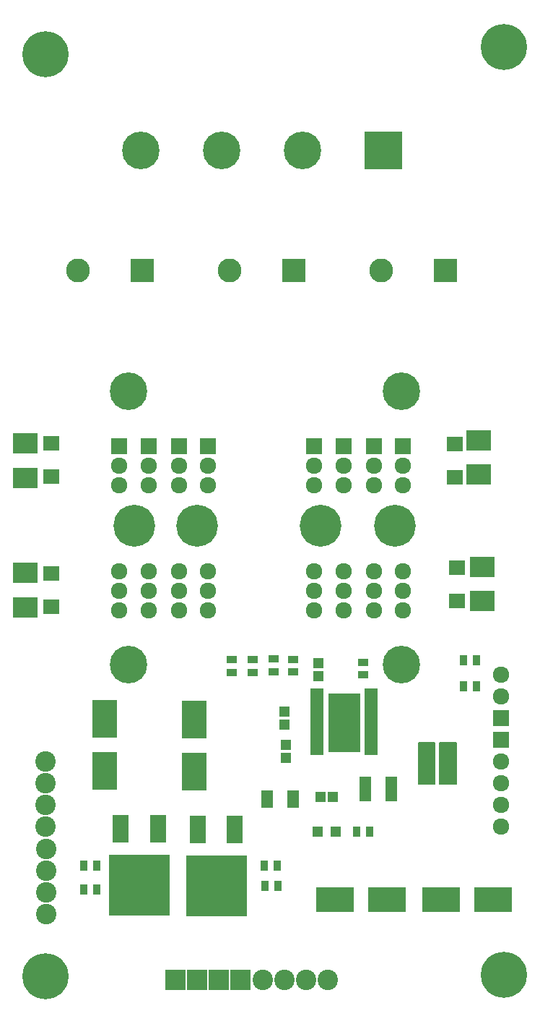
<source format=gbr>
G04 #@! TF.GenerationSoftware,KiCad,Pcbnew,5.0.0-rc2-dev-unknown-648803d~64~ubuntu16.04.1*
G04 #@! TF.CreationDate,2018-04-28T23:38:00-07:00*
G04 #@! TF.ProjectId,HICURRNT_Bridge,4849435552524E545F4272696467652E,rev?*
G04 #@! TF.SameCoordinates,Original*
G04 #@! TF.FileFunction,Soldermask,Top*
G04 #@! TF.FilePolarity,Negative*
%FSLAX46Y46*%
G04 Gerber Fmt 4.6, Leading zero omitted, Abs format (unit mm)*
G04 Created by KiCad (PCBNEW 5.0.0-rc2-dev-unknown-648803d~64~ubuntu16.04.1) date Sat Apr 28 23:38:00 2018*
%MOMM*%
%LPD*%
G01*
G04 APERTURE LIST*
%ADD10C,0.150000*%
%ADD11C,4.900000*%
%ADD12R,1.870000X1.670000*%
%ADD13R,2.900000X2.400000*%
%ADD14R,0.900000X1.300000*%
%ADD15C,5.400000*%
%ADD16C,4.400000*%
%ADD17R,2.800000X2.800000*%
%ADD18C,2.800000*%
%ADD19R,2.900000X4.400000*%
%ADD20R,1.150000X1.200000*%
%ADD21R,4.400000X2.900000*%
%ADD22R,1.200000X1.150000*%
%ADD23R,1.400000X2.900000*%
%ADD24R,1.400000X2.000000*%
%ADD25R,1.200000X1.300000*%
%ADD26C,1.924000*%
%ADD27R,1.924000X1.924000*%
%ADD28R,4.400000X4.400000*%
%ADD29C,2.400000*%
%ADD30R,2.400000X2.400000*%
%ADD31R,1.300000X0.900000*%
%ADD32R,1.950000X3.180000*%
%ADD33R,7.140000X7.130000*%
%ADD34R,1.290000X1.500000*%
%ADD35R,1.500000X0.800000*%
G04 APERTURE END LIST*
D10*
G36*
X47730000Y26630000D02*
X49630000Y26630000D01*
X49630000Y31430000D01*
X47730000Y31430000D01*
X47730000Y28930000D01*
X47730000Y26630000D01*
G37*
X47730000Y26630000D02*
X49630000Y26630000D01*
X49630000Y31430000D01*
X47730000Y31430000D01*
X47730000Y28930000D01*
X47730000Y26630000D01*
G36*
X50230000Y26630000D02*
X50230000Y31430000D01*
X52180000Y31430000D01*
X52180000Y26630000D01*
X50230000Y26630000D01*
G37*
X50230000Y26630000D02*
X50230000Y31430000D01*
X52180000Y31430000D01*
X52180000Y26630000D01*
X50230000Y26630000D01*
D11*
X44950000Y56850000D03*
X14350000Y56850000D03*
D12*
X4615000Y62580000D03*
X4615000Y66450000D03*
D13*
X1600000Y47300000D03*
X1600000Y51300000D03*
X1600000Y62450000D03*
X1600000Y66450000D03*
X54800000Y62800000D03*
X54800000Y66800000D03*
X55200000Y48000000D03*
X55200000Y52000000D03*
D14*
X54500000Y38050000D03*
X53000000Y38050000D03*
D15*
X57750000Y4250000D03*
X4000000Y4050000D03*
D11*
X36200000Y56850000D03*
X21750000Y56850000D03*
D15*
X4000000Y112050000D03*
X57750000Y112850000D03*
D16*
X45735000Y40540000D03*
X13735000Y40540000D03*
X13735000Y72540000D03*
D17*
X15290000Y86710000D03*
D18*
X7790000Y86710000D03*
D19*
X21400000Y28010000D03*
X21400000Y34110000D03*
D20*
X32200000Y31150000D03*
X32200000Y29650000D03*
X32000000Y35050000D03*
X32000000Y33550000D03*
X36000000Y40750000D03*
X36000000Y39250000D03*
D21*
X56450000Y13050000D03*
X50350000Y13050000D03*
D19*
X10950000Y34250000D03*
X10950000Y28150000D03*
D21*
X37950000Y13050000D03*
X44050000Y13050000D03*
D22*
X36200000Y25050000D03*
X37700000Y25050000D03*
D23*
X41500000Y26050000D03*
X44500000Y26050000D03*
D12*
X4615000Y47340000D03*
X4615000Y51210000D03*
X52200000Y51920000D03*
X52200000Y48050000D03*
X52000000Y62515000D03*
X52000000Y66385000D03*
D24*
X33000000Y24850000D03*
X30000000Y24850000D03*
D25*
X35900000Y21050000D03*
X38000000Y21050000D03*
D26*
X57400000Y39410000D03*
X57400000Y36870000D03*
D27*
X57400000Y34330000D03*
X57400000Y31790000D03*
D26*
X57400000Y29250000D03*
X57400000Y26710000D03*
X57400000Y24170000D03*
X57400000Y21630000D03*
D28*
X43620000Y100760000D03*
D16*
X34120000Y100760000D03*
X24620000Y100760000D03*
X15120000Y100760000D03*
D29*
X29460000Y3652000D03*
X32000000Y3652000D03*
X34540000Y3652000D03*
X37080000Y3652000D03*
D30*
X26840000Y3652000D03*
X24300000Y3652000D03*
X21760000Y3652000D03*
X19220000Y3652000D03*
D29*
X4000000Y29230000D03*
X4000000Y26690000D03*
X4000000Y24150000D03*
X4000000Y21610000D03*
X4070000Y11370000D03*
X4070000Y13910000D03*
X4070000Y16450000D03*
X4070000Y18990000D03*
D17*
X50850000Y86710000D03*
D18*
X43350000Y86710000D03*
X25570000Y86710000D03*
D17*
X33070000Y86710000D03*
D14*
X31150000Y17050000D03*
X29650000Y17050000D03*
D31*
X25800000Y41150000D03*
X25800000Y39650000D03*
X28250000Y39675000D03*
X28250000Y41175000D03*
X33000000Y41200000D03*
X33000000Y39700000D03*
X30750000Y41225000D03*
X30750000Y39725000D03*
X41200000Y39350000D03*
X41200000Y40850000D03*
D14*
X31200000Y14650000D03*
X29700000Y14650000D03*
X8500000Y17050000D03*
X10000000Y17050000D03*
X10000000Y14250000D03*
X8500000Y14250000D03*
X40500000Y21050000D03*
X42000000Y21050000D03*
X53000000Y41050000D03*
X54500000Y41050000D03*
D32*
X21820000Y21285000D03*
D33*
X24000000Y14650000D03*
D32*
X26180000Y21285000D03*
X17180000Y21350000D03*
D33*
X15000000Y14715000D03*
D32*
X12820000Y21350000D03*
D34*
X37725000Y36387500D03*
X38575000Y36387500D03*
X40275000Y36387500D03*
X39425000Y36387500D03*
X39425000Y35331250D03*
X40275000Y35331250D03*
X38575000Y35331250D03*
X37725000Y35331250D03*
X37725000Y34275000D03*
X38575000Y34275000D03*
X40275000Y34275000D03*
X39425000Y34275000D03*
X39425000Y33218750D03*
X40275000Y33218750D03*
X38575000Y33218750D03*
X37725000Y33218750D03*
X37725000Y32162500D03*
X38575000Y32162500D03*
X40275000Y32162500D03*
X39425000Y32162500D03*
X39425000Y31106250D03*
X40275000Y31106250D03*
X38575000Y31106250D03*
X37725000Y31106250D03*
D35*
X42150000Y37443750D03*
X42150000Y36793750D03*
X42150000Y36143750D03*
X42150000Y35493750D03*
X42150000Y34843750D03*
X42150000Y34193750D03*
X42150000Y33543750D03*
X42150000Y32893750D03*
X42150000Y32243750D03*
X42150000Y31593750D03*
X42150000Y30943750D03*
X42150000Y30293750D03*
X35850000Y30293750D03*
X35850000Y30943750D03*
X35850000Y31593750D03*
X35850000Y32243750D03*
X35850000Y32893750D03*
X35850000Y33543750D03*
X35850000Y34193750D03*
X35850000Y34843750D03*
X35850000Y35493750D03*
X35850000Y36143750D03*
X35850000Y36793750D03*
X35850000Y37443750D03*
D26*
X23030000Y46959000D03*
X23030000Y49245000D03*
X23030000Y51531000D03*
X12616000Y46959000D03*
X12616000Y49245000D03*
X12616000Y51531000D03*
X16116000Y46959000D03*
X16116000Y49245000D03*
X16116000Y51531000D03*
X19616000Y46959000D03*
X19616000Y49245000D03*
X19616000Y51531000D03*
D27*
X19616000Y66136000D03*
D26*
X19616000Y63850000D03*
X19616000Y61564000D03*
D27*
X16116000Y66136000D03*
D26*
X16116000Y63850000D03*
X16116000Y61564000D03*
D27*
X12616000Y66136000D03*
D26*
X12616000Y63850000D03*
X12616000Y61564000D03*
D27*
X23030000Y66136000D03*
D26*
X23030000Y63850000D03*
X23030000Y61564000D03*
X42476000Y51531000D03*
X42476000Y49245000D03*
X42476000Y46959000D03*
X38976000Y51531000D03*
X38976000Y49245000D03*
X38976000Y46959000D03*
X35476000Y51531000D03*
X35476000Y49245000D03*
X35476000Y46959000D03*
X45890000Y51531000D03*
X45890000Y49245000D03*
X45890000Y46959000D03*
X45890000Y61564000D03*
X45890000Y63850000D03*
D27*
X45890000Y66136000D03*
D26*
X35476000Y61564000D03*
X35476000Y63850000D03*
D27*
X35476000Y66136000D03*
D26*
X38976000Y61564000D03*
X38976000Y63850000D03*
D27*
X38976000Y66136000D03*
D26*
X42476000Y61564000D03*
X42476000Y63850000D03*
D27*
X42476000Y66136000D03*
D16*
X45735000Y72540000D03*
M02*

</source>
